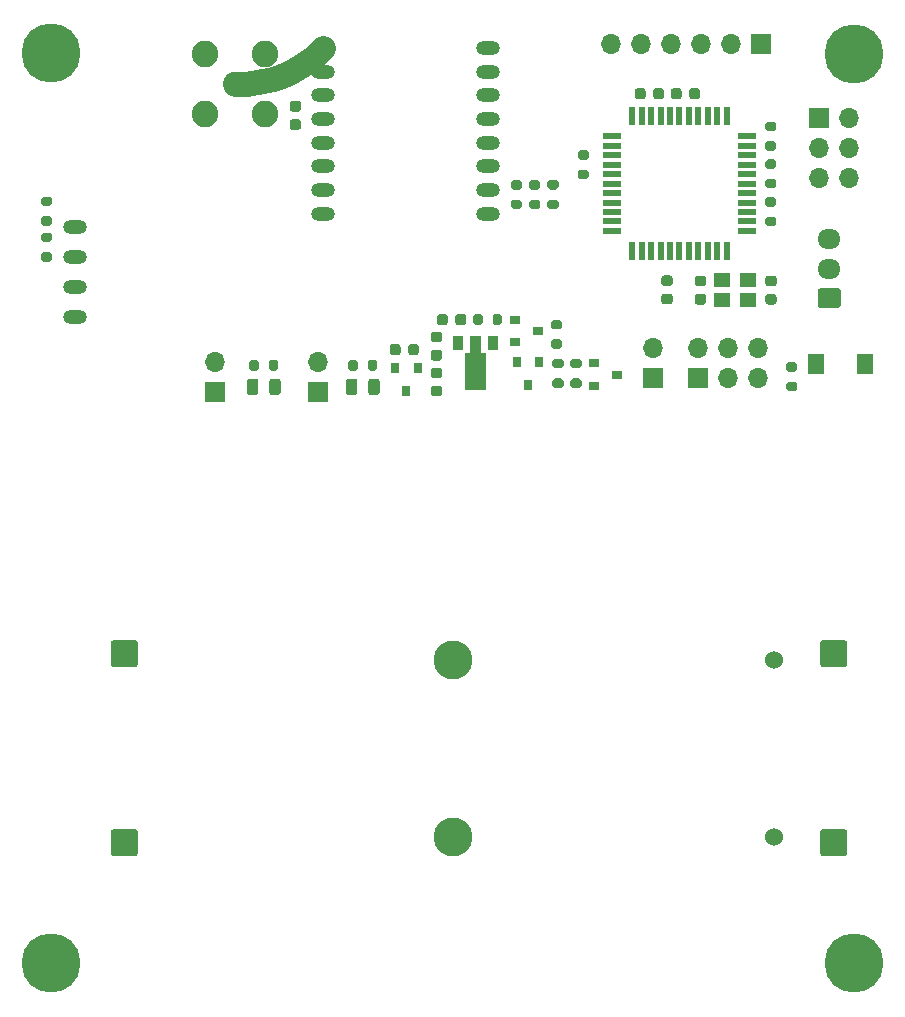
<source format=gbr>
%TF.GenerationSoftware,KiCad,Pcbnew,(5.1.7)-1*%
%TF.CreationDate,2021-03-01T21:41:40+01:00*%
%TF.ProjectId,mfm-v3-smd,6d666d2d-7633-42d7-936d-642e6b696361,rev?*%
%TF.SameCoordinates,Original*%
%TF.FileFunction,Soldermask,Top*%
%TF.FilePolarity,Negative*%
%FSLAX46Y46*%
G04 Gerber Fmt 4.6, Leading zero omitted, Abs format (unit mm)*
G04 Created by KiCad (PCBNEW (5.1.7)-1) date 2021-03-01 21:41:40*
%MOMM*%
%LPD*%
G01*
G04 APERTURE LIST*
%ADD10C,2.127000*%
%ADD11O,1.700000X1.700000*%
%ADD12R,1.700000X1.700000*%
%ADD13C,3.300000*%
%ADD14C,1.530000*%
%ADD15R,0.550000X1.500000*%
%ADD16R,1.500000X0.550000*%
%ADD17O,2.000000X1.200000*%
%ADD18R,1.350000X1.800000*%
%ADD19C,5.000000*%
%ADD20C,0.800000*%
%ADD21C,0.100000*%
%ADD22R,0.900000X1.300000*%
%ADD23R,0.900000X0.800000*%
%ADD24R,0.800000X0.900000*%
%ADD25R,1.400000X1.200000*%
%ADD26C,2.050000*%
%ADD27C,2.250000*%
%ADD28O,1.950000X1.700000*%
G04 APERTURE END LIST*
D10*
X37895100Y-85979000D02*
X37465000Y-85979000D01*
X38368939Y-85967367D02*
X37895100Y-85979000D01*
X38841637Y-85932498D02*
X38368939Y-85967367D01*
X39312054Y-85874478D02*
X38841637Y-85932498D01*
X39779058Y-85793445D02*
X39312054Y-85874478D01*
X40241524Y-85689595D02*
X39779058Y-85793445D01*
X40698336Y-85563178D02*
X40241524Y-85689595D01*
X41148396Y-85414498D02*
X40698336Y-85563178D01*
X41590618Y-85243914D02*
X41148396Y-85414498D01*
X42023937Y-85051837D02*
X41590618Y-85243914D01*
X42447309Y-84838730D02*
X42023937Y-85051837D01*
X42859715Y-84605105D02*
X42447309Y-84838730D01*
X43260160Y-84351525D02*
X42859715Y-84605105D01*
X43647681Y-84078602D02*
X43260160Y-84351525D01*
X44021343Y-83786994D02*
X43647681Y-84078602D01*
X44380246Y-83477401D02*
X44021343Y-83786994D01*
X44723527Y-83150572D02*
X44380246Y-83477401D01*
X44723527Y-83150572D02*
X44895500Y-82978600D01*
X37895100Y-85979000D02*
X37465000Y-85979000D01*
X38368939Y-85967367D02*
X37895100Y-85979000D01*
X38841637Y-85932498D02*
X38368939Y-85967367D01*
X39312054Y-85874478D02*
X38841637Y-85932498D01*
X39779058Y-85793445D02*
X39312054Y-85874478D01*
X40241524Y-85689595D02*
X39779058Y-85793445D01*
X40698336Y-85563178D02*
X40241524Y-85689595D01*
X41148396Y-85414498D02*
X40698336Y-85563178D01*
X41590618Y-85243914D02*
X41148396Y-85414498D01*
X42023937Y-85051837D02*
X41590618Y-85243914D01*
X42447309Y-84838730D02*
X42023937Y-85051837D01*
X42859715Y-84605105D02*
X42447309Y-84838730D01*
X43260160Y-84351525D02*
X42859715Y-84605105D01*
X43647681Y-84078602D02*
X43260160Y-84351525D01*
X44021343Y-83786994D02*
X43647681Y-84078602D01*
X44380246Y-83477401D02*
X44021343Y-83786994D01*
X44723527Y-83150572D02*
X44380246Y-83477401D01*
X44723527Y-83150572D02*
X44895500Y-82978600D01*
D11*
%TO.C,SW4*%
X35712400Y-109575600D03*
D12*
X35712400Y-112115600D03*
%TD*%
D11*
%TO.C,SW3*%
X44500800Y-109575600D03*
D12*
X44500800Y-112115600D03*
%TD*%
%TO.C,R16*%
G36*
G01*
X40303000Y-110104600D02*
X40303000Y-109554600D01*
G75*
G02*
X40503000Y-109354600I200000J0D01*
G01*
X40903000Y-109354600D01*
G75*
G02*
X41103000Y-109554600I0J-200000D01*
G01*
X41103000Y-110104600D01*
G75*
G02*
X40903000Y-110304600I-200000J0D01*
G01*
X40503000Y-110304600D01*
G75*
G02*
X40303000Y-110104600I0J200000D01*
G01*
G37*
G36*
G01*
X38653000Y-110104600D02*
X38653000Y-109554600D01*
G75*
G02*
X38853000Y-109354600I200000J0D01*
G01*
X39253000Y-109354600D01*
G75*
G02*
X39453000Y-109554600I0J-200000D01*
G01*
X39453000Y-110104600D01*
G75*
G02*
X39253000Y-110304600I-200000J0D01*
G01*
X38853000Y-110304600D01*
G75*
G02*
X38653000Y-110104600I0J200000D01*
G01*
G37*
%TD*%
%TO.C,R15*%
G36*
G01*
X48685000Y-110104600D02*
X48685000Y-109554600D01*
G75*
G02*
X48885000Y-109354600I200000J0D01*
G01*
X49285000Y-109354600D01*
G75*
G02*
X49485000Y-109554600I0J-200000D01*
G01*
X49485000Y-110104600D01*
G75*
G02*
X49285000Y-110304600I-200000J0D01*
G01*
X48885000Y-110304600D01*
G75*
G02*
X48685000Y-110104600I0J200000D01*
G01*
G37*
G36*
G01*
X47035000Y-110104600D02*
X47035000Y-109554600D01*
G75*
G02*
X47235000Y-109354600I200000J0D01*
G01*
X47635000Y-109354600D01*
G75*
G02*
X47835000Y-109554600I0J-200000D01*
G01*
X47835000Y-110104600D01*
G75*
G02*
X47635000Y-110304600I-200000J0D01*
G01*
X47235000Y-110304600D01*
G75*
G02*
X47035000Y-110104600I0J200000D01*
G01*
G37*
%TD*%
%TO.C,D2*%
G36*
G01*
X40328000Y-112114650D02*
X40328000Y-111202150D01*
G75*
G02*
X40571750Y-110958400I243750J0D01*
G01*
X41059250Y-110958400D01*
G75*
G02*
X41303000Y-111202150I0J-243750D01*
G01*
X41303000Y-112114650D01*
G75*
G02*
X41059250Y-112358400I-243750J0D01*
G01*
X40571750Y-112358400D01*
G75*
G02*
X40328000Y-112114650I0J243750D01*
G01*
G37*
G36*
G01*
X38453000Y-112114650D02*
X38453000Y-111202150D01*
G75*
G02*
X38696750Y-110958400I243750J0D01*
G01*
X39184250Y-110958400D01*
G75*
G02*
X39428000Y-111202150I0J-243750D01*
G01*
X39428000Y-112114650D01*
G75*
G02*
X39184250Y-112358400I-243750J0D01*
G01*
X38696750Y-112358400D01*
G75*
G02*
X38453000Y-112114650I0J243750D01*
G01*
G37*
%TD*%
%TO.C,D1*%
G36*
G01*
X48710000Y-112114650D02*
X48710000Y-111202150D01*
G75*
G02*
X48953750Y-110958400I243750J0D01*
G01*
X49441250Y-110958400D01*
G75*
G02*
X49685000Y-111202150I0J-243750D01*
G01*
X49685000Y-112114650D01*
G75*
G02*
X49441250Y-112358400I-243750J0D01*
G01*
X48953750Y-112358400D01*
G75*
G02*
X48710000Y-112114650I0J243750D01*
G01*
G37*
G36*
G01*
X46835000Y-112114650D02*
X46835000Y-111202150D01*
G75*
G02*
X47078750Y-110958400I243750J0D01*
G01*
X47566250Y-110958400D01*
G75*
G02*
X47810000Y-111202150I0J-243750D01*
G01*
X47810000Y-112114650D01*
G75*
G02*
X47566250Y-112358400I-243750J0D01*
G01*
X47078750Y-112358400D01*
G75*
G02*
X46835000Y-112114650I0J243750D01*
G01*
G37*
%TD*%
D13*
%TO.C,J5*%
X55880000Y-134745000D03*
X55880000Y-149735000D03*
D14*
X83060000Y-134745000D03*
X83060000Y-149735000D03*
%TD*%
D15*
%TO.C,U5*%
X71069700Y-100149900D03*
X71869700Y-100149900D03*
X72669700Y-100149900D03*
X73469700Y-100149900D03*
X74269700Y-100149900D03*
X75069700Y-100149900D03*
X75869700Y-100149900D03*
X76669700Y-100149900D03*
X77469700Y-100149900D03*
X78269700Y-100149900D03*
X79069700Y-100149900D03*
D16*
X80769700Y-98449900D03*
X80769700Y-97649900D03*
X80769700Y-96849900D03*
X80769700Y-96049900D03*
X80769700Y-95249900D03*
X80769700Y-94449900D03*
X80769700Y-93649900D03*
X80769700Y-92849900D03*
X80769700Y-92049900D03*
X80769700Y-91249900D03*
X80769700Y-90449900D03*
D15*
X79069700Y-88749900D03*
X78269700Y-88749900D03*
X77469700Y-88749900D03*
X76669700Y-88749900D03*
X75869700Y-88749900D03*
X75069700Y-88749900D03*
X74269700Y-88749900D03*
X73469700Y-88749900D03*
X72669700Y-88749900D03*
X71869700Y-88749900D03*
X71069700Y-88749900D03*
D16*
X69369700Y-90449900D03*
X69369700Y-91249900D03*
X69369700Y-92049900D03*
X69369700Y-92849900D03*
X69369700Y-93649900D03*
X69369700Y-94449900D03*
X69369700Y-95249900D03*
X69369700Y-96049900D03*
X69369700Y-96849900D03*
X69369700Y-97649900D03*
X69369700Y-98449900D03*
%TD*%
D12*
%TO.C,J12*%
X81991200Y-82651600D03*
D11*
X79451200Y-82651600D03*
X76911200Y-82651600D03*
X74371200Y-82651600D03*
X71831200Y-82651600D03*
X69291200Y-82651600D03*
%TD*%
%TO.C,R12*%
G36*
G01*
X83079000Y-91649000D02*
X82529000Y-91649000D01*
G75*
G02*
X82329000Y-91449000I0J200000D01*
G01*
X82329000Y-91049000D01*
G75*
G02*
X82529000Y-90849000I200000J0D01*
G01*
X83079000Y-90849000D01*
G75*
G02*
X83279000Y-91049000I0J-200000D01*
G01*
X83279000Y-91449000D01*
G75*
G02*
X83079000Y-91649000I-200000J0D01*
G01*
G37*
G36*
G01*
X83079000Y-89999000D02*
X82529000Y-89999000D01*
G75*
G02*
X82329000Y-89799000I0J200000D01*
G01*
X82329000Y-89399000D01*
G75*
G02*
X82529000Y-89199000I200000J0D01*
G01*
X83079000Y-89199000D01*
G75*
G02*
X83279000Y-89399000I0J-200000D01*
G01*
X83279000Y-89799000D01*
G75*
G02*
X83079000Y-89999000I-200000J0D01*
G01*
G37*
%TD*%
%TO.C,R11*%
G36*
G01*
X66654000Y-91612000D02*
X67204000Y-91612000D01*
G75*
G02*
X67404000Y-91812000I0J-200000D01*
G01*
X67404000Y-92212000D01*
G75*
G02*
X67204000Y-92412000I-200000J0D01*
G01*
X66654000Y-92412000D01*
G75*
G02*
X66454000Y-92212000I0J200000D01*
G01*
X66454000Y-91812000D01*
G75*
G02*
X66654000Y-91612000I200000J0D01*
G01*
G37*
G36*
G01*
X66654000Y-93262000D02*
X67204000Y-93262000D01*
G75*
G02*
X67404000Y-93462000I0J-200000D01*
G01*
X67404000Y-93862000D01*
G75*
G02*
X67204000Y-94062000I-200000J0D01*
G01*
X66654000Y-94062000D01*
G75*
G02*
X66454000Y-93862000I0J200000D01*
G01*
X66454000Y-93462000D01*
G75*
G02*
X66654000Y-93262000I200000J0D01*
G01*
G37*
%TD*%
%TO.C,C10*%
G36*
G01*
X73765600Y-102216800D02*
X74265600Y-102216800D01*
G75*
G02*
X74490600Y-102441800I0J-225000D01*
G01*
X74490600Y-102891800D01*
G75*
G02*
X74265600Y-103116800I-225000J0D01*
G01*
X73765600Y-103116800D01*
G75*
G02*
X73540600Y-102891800I0J225000D01*
G01*
X73540600Y-102441800D01*
G75*
G02*
X73765600Y-102216800I225000J0D01*
G01*
G37*
G36*
G01*
X73765600Y-103766800D02*
X74265600Y-103766800D01*
G75*
G02*
X74490600Y-103991800I0J-225000D01*
G01*
X74490600Y-104441800D01*
G75*
G02*
X74265600Y-104666800I-225000J0D01*
G01*
X73765600Y-104666800D01*
G75*
G02*
X73540600Y-104441800I0J225000D01*
G01*
X73540600Y-103991800D01*
G75*
G02*
X73765600Y-103766800I225000J0D01*
G01*
G37*
%TD*%
D12*
%TO.C,J10*%
X76682600Y-110896400D03*
D11*
X76682600Y-108356400D03*
X79222600Y-110896400D03*
X79222600Y-108356400D03*
X81762600Y-110896400D03*
X81762600Y-108356400D03*
%TD*%
D12*
%TO.C,SW1*%
X72847200Y-110896400D03*
D11*
X72847200Y-108356400D03*
%TD*%
D12*
%TO.C,J7*%
X86868000Y-88849200D03*
D11*
X89408000Y-88849200D03*
X86868000Y-91389200D03*
X89408000Y-91389200D03*
X86868000Y-93929200D03*
X89408000Y-93929200D03*
%TD*%
%TO.C,R13*%
G36*
G01*
X82529000Y-92399400D02*
X83079000Y-92399400D01*
G75*
G02*
X83279000Y-92599400I0J-200000D01*
G01*
X83279000Y-92999400D01*
G75*
G02*
X83079000Y-93199400I-200000J0D01*
G01*
X82529000Y-93199400D01*
G75*
G02*
X82329000Y-92999400I0J200000D01*
G01*
X82329000Y-92599400D01*
G75*
G02*
X82529000Y-92399400I200000J0D01*
G01*
G37*
G36*
G01*
X82529000Y-94049400D02*
X83079000Y-94049400D01*
G75*
G02*
X83279000Y-94249400I0J-200000D01*
G01*
X83279000Y-94649400D01*
G75*
G02*
X83079000Y-94849400I-200000J0D01*
G01*
X82529000Y-94849400D01*
G75*
G02*
X82329000Y-94649400I0J200000D01*
G01*
X82329000Y-94249400D01*
G75*
G02*
X82529000Y-94049400I200000J0D01*
G01*
G37*
%TD*%
D17*
%TO.C,U4*%
X44895500Y-96978600D03*
X58895500Y-96978600D03*
X44895500Y-94978600D03*
X58895500Y-94978600D03*
X44895500Y-92978600D03*
X58895500Y-92978600D03*
X44895500Y-90978600D03*
X58895500Y-90978600D03*
X44895500Y-88978600D03*
X58895500Y-88978600D03*
X44895500Y-86978600D03*
X58895500Y-86978600D03*
X44895500Y-84978600D03*
X58895500Y-84978600D03*
X44895500Y-82978600D03*
X58895500Y-82978600D03*
%TD*%
D18*
%TO.C,SW2*%
X90746400Y-109677200D03*
X86596400Y-109677200D03*
%TD*%
%TO.C,R7*%
G36*
G01*
X63100000Y-94952000D02*
X62550000Y-94952000D01*
G75*
G02*
X62350000Y-94752000I0J200000D01*
G01*
X62350000Y-94352000D01*
G75*
G02*
X62550000Y-94152000I200000J0D01*
G01*
X63100000Y-94152000D01*
G75*
G02*
X63300000Y-94352000I0J-200000D01*
G01*
X63300000Y-94752000D01*
G75*
G02*
X63100000Y-94952000I-200000J0D01*
G01*
G37*
G36*
G01*
X63100000Y-96602000D02*
X62550000Y-96602000D01*
G75*
G02*
X62350000Y-96402000I0J200000D01*
G01*
X62350000Y-96002000D01*
G75*
G02*
X62550000Y-95802000I200000J0D01*
G01*
X63100000Y-95802000D01*
G75*
G02*
X63300000Y-96002000I0J-200000D01*
G01*
X63300000Y-96402000D01*
G75*
G02*
X63100000Y-96602000I-200000J0D01*
G01*
G37*
%TD*%
D17*
%TO.C,J11*%
X23914100Y-105727500D03*
X23914100Y-103187500D03*
X23914100Y-100647500D03*
X23914100Y-98107500D03*
%TD*%
D19*
%TO.C,H4*%
X21869400Y-160451800D03*
D20*
X23744400Y-160451800D03*
X23195225Y-161777625D03*
X21869400Y-162326800D03*
X20543575Y-161777625D03*
X19994400Y-160451800D03*
X20543575Y-159125975D03*
X21869400Y-158576800D03*
X23195225Y-159125975D03*
%TD*%
%TO.C,C5*%
G36*
G01*
X42307700Y-87446400D02*
X42807700Y-87446400D01*
G75*
G02*
X43032700Y-87671400I0J-225000D01*
G01*
X43032700Y-88121400D01*
G75*
G02*
X42807700Y-88346400I-225000J0D01*
G01*
X42307700Y-88346400D01*
G75*
G02*
X42082700Y-88121400I0J225000D01*
G01*
X42082700Y-87671400D01*
G75*
G02*
X42307700Y-87446400I225000J0D01*
G01*
G37*
G36*
G01*
X42307700Y-88996400D02*
X42807700Y-88996400D01*
G75*
G02*
X43032700Y-89221400I0J-225000D01*
G01*
X43032700Y-89671400D01*
G75*
G02*
X42807700Y-89896400I-225000J0D01*
G01*
X42307700Y-89896400D01*
G75*
G02*
X42082700Y-89671400I0J225000D01*
G01*
X42082700Y-89221400D01*
G75*
G02*
X42307700Y-88996400I225000J0D01*
G01*
G37*
%TD*%
D19*
%TO.C,H3*%
X21869400Y-83413600D03*
D20*
X23744400Y-83413600D03*
X23195225Y-84739425D03*
X21869400Y-85288600D03*
X20543575Y-84739425D03*
X19994400Y-83413600D03*
X20543575Y-82087775D03*
X21869400Y-81538600D03*
X23195225Y-82087775D03*
%TD*%
D19*
%TO.C,H2*%
X89865200Y-160451800D03*
D20*
X91740200Y-160451800D03*
X91191025Y-161777625D03*
X89865200Y-162326800D03*
X88539375Y-161777625D03*
X87990200Y-160451800D03*
X88539375Y-159125975D03*
X89865200Y-158576800D03*
X91191025Y-159125975D03*
%TD*%
D19*
%TO.C,H1*%
X89865200Y-83439000D03*
D20*
X91740200Y-83439000D03*
X91191025Y-84764825D03*
X89865200Y-85314000D03*
X88539375Y-84764825D03*
X87990200Y-83439000D03*
X88539375Y-82113175D03*
X89865200Y-81564000D03*
X91191025Y-82113175D03*
%TD*%
D21*
%TO.C,U2*%
G36*
X56931200Y-111926400D02*
G01*
X56931200Y-108801400D01*
X57347700Y-108801400D01*
X57347700Y-107326400D01*
X58247700Y-107326400D01*
X58247700Y-108801400D01*
X58664200Y-108801400D01*
X58664200Y-111926400D01*
X56931200Y-111926400D01*
G37*
D22*
X56297700Y-107976400D03*
X59297700Y-107976400D03*
%TD*%
%TO.C,R14*%
G36*
G01*
X59251400Y-106233600D02*
X59251400Y-105683600D01*
G75*
G02*
X59451400Y-105483600I200000J0D01*
G01*
X59851400Y-105483600D01*
G75*
G02*
X60051400Y-105683600I0J-200000D01*
G01*
X60051400Y-106233600D01*
G75*
G02*
X59851400Y-106433600I-200000J0D01*
G01*
X59451400Y-106433600D01*
G75*
G02*
X59251400Y-106233600I0J200000D01*
G01*
G37*
G36*
G01*
X57601400Y-106233600D02*
X57601400Y-105683600D01*
G75*
G02*
X57801400Y-105483600I200000J0D01*
G01*
X58201400Y-105483600D01*
G75*
G02*
X58401400Y-105683600I0J-200000D01*
G01*
X58401400Y-106233600D01*
G75*
G02*
X58201400Y-106433600I-200000J0D01*
G01*
X57801400Y-106433600D01*
G75*
G02*
X57601400Y-106233600I0J200000D01*
G01*
G37*
%TD*%
%TO.C,R4*%
G36*
G01*
X64943400Y-106788400D02*
X64393400Y-106788400D01*
G75*
G02*
X64193400Y-106588400I0J200000D01*
G01*
X64193400Y-106188400D01*
G75*
G02*
X64393400Y-105988400I200000J0D01*
G01*
X64943400Y-105988400D01*
G75*
G02*
X65143400Y-106188400I0J-200000D01*
G01*
X65143400Y-106588400D01*
G75*
G02*
X64943400Y-106788400I-200000J0D01*
G01*
G37*
G36*
G01*
X64943400Y-108438400D02*
X64393400Y-108438400D01*
G75*
G02*
X64193400Y-108238400I0J200000D01*
G01*
X64193400Y-107838400D01*
G75*
G02*
X64393400Y-107638400I200000J0D01*
G01*
X64943400Y-107638400D01*
G75*
G02*
X65143400Y-107838400I0J-200000D01*
G01*
X65143400Y-108238400D01*
G75*
G02*
X64943400Y-108438400I-200000J0D01*
G01*
G37*
%TD*%
%TO.C,R3*%
G36*
G01*
X66594400Y-110090400D02*
X66044400Y-110090400D01*
G75*
G02*
X65844400Y-109890400I0J200000D01*
G01*
X65844400Y-109490400D01*
G75*
G02*
X66044400Y-109290400I200000J0D01*
G01*
X66594400Y-109290400D01*
G75*
G02*
X66794400Y-109490400I0J-200000D01*
G01*
X66794400Y-109890400D01*
G75*
G02*
X66594400Y-110090400I-200000J0D01*
G01*
G37*
G36*
G01*
X66594400Y-111740400D02*
X66044400Y-111740400D01*
G75*
G02*
X65844400Y-111540400I0J200000D01*
G01*
X65844400Y-111140400D01*
G75*
G02*
X66044400Y-110940400I200000J0D01*
G01*
X66594400Y-110940400D01*
G75*
G02*
X66794400Y-111140400I0J-200000D01*
G01*
X66794400Y-111540400D01*
G75*
G02*
X66594400Y-111740400I-200000J0D01*
G01*
G37*
%TD*%
%TO.C,R2*%
G36*
G01*
X64507700Y-110940400D02*
X65057700Y-110940400D01*
G75*
G02*
X65257700Y-111140400I0J-200000D01*
G01*
X65257700Y-111540400D01*
G75*
G02*
X65057700Y-111740400I-200000J0D01*
G01*
X64507700Y-111740400D01*
G75*
G02*
X64307700Y-111540400I0J200000D01*
G01*
X64307700Y-111140400D01*
G75*
G02*
X64507700Y-110940400I200000J0D01*
G01*
G37*
G36*
G01*
X64507700Y-109290400D02*
X65057700Y-109290400D01*
G75*
G02*
X65257700Y-109490400I0J-200000D01*
G01*
X65257700Y-109890400D01*
G75*
G02*
X65057700Y-110090400I-200000J0D01*
G01*
X64507700Y-110090400D01*
G75*
G02*
X64307700Y-109890400I0J200000D01*
G01*
X64307700Y-109490400D01*
G75*
G02*
X64507700Y-109290400I200000J0D01*
G01*
G37*
%TD*%
D23*
%TO.C,Q3*%
X63128400Y-106908600D03*
X61128400Y-107858600D03*
X61128400Y-105958600D03*
%TD*%
%TO.C,Q2*%
X69821300Y-110617000D03*
X67821300Y-111567000D03*
X67821300Y-109667000D03*
%TD*%
D24*
%TO.C,Q1*%
X62242700Y-111515400D03*
X61292700Y-109515400D03*
X63192700Y-109515400D03*
%TD*%
%TO.C,C4*%
G36*
G01*
X54745700Y-107879000D02*
X54245700Y-107879000D01*
G75*
G02*
X54020700Y-107654000I0J225000D01*
G01*
X54020700Y-107204000D01*
G75*
G02*
X54245700Y-106979000I225000J0D01*
G01*
X54745700Y-106979000D01*
G75*
G02*
X54970700Y-107204000I0J-225000D01*
G01*
X54970700Y-107654000D01*
G75*
G02*
X54745700Y-107879000I-225000J0D01*
G01*
G37*
G36*
G01*
X54745700Y-109429000D02*
X54245700Y-109429000D01*
G75*
G02*
X54020700Y-109204000I0J225000D01*
G01*
X54020700Y-108754000D01*
G75*
G02*
X54245700Y-108529000I225000J0D01*
G01*
X54745700Y-108529000D01*
G75*
G02*
X54970700Y-108754000I0J-225000D01*
G01*
X54970700Y-109204000D01*
G75*
G02*
X54745700Y-109429000I-225000J0D01*
G01*
G37*
%TD*%
%TO.C,C3*%
G36*
G01*
X56103400Y-106208600D02*
X56103400Y-105708600D01*
G75*
G02*
X56328400Y-105483600I225000J0D01*
G01*
X56778400Y-105483600D01*
G75*
G02*
X57003400Y-105708600I0J-225000D01*
G01*
X57003400Y-106208600D01*
G75*
G02*
X56778400Y-106433600I-225000J0D01*
G01*
X56328400Y-106433600D01*
G75*
G02*
X56103400Y-106208600I0J225000D01*
G01*
G37*
G36*
G01*
X54553400Y-106208600D02*
X54553400Y-105708600D01*
G75*
G02*
X54778400Y-105483600I225000J0D01*
G01*
X55228400Y-105483600D01*
G75*
G02*
X55453400Y-105708600I0J-225000D01*
G01*
X55453400Y-106208600D01*
G75*
G02*
X55228400Y-106433600I-225000J0D01*
G01*
X54778400Y-106433600D01*
G75*
G02*
X54553400Y-106208600I0J225000D01*
G01*
G37*
%TD*%
%TO.C,J4*%
G36*
G01*
X87237999Y-149091000D02*
X89038001Y-149091000D01*
G75*
G02*
X89288000Y-149340999I0J-249999D01*
G01*
X89288000Y-151141001D01*
G75*
G02*
X89038001Y-151391000I-249999J0D01*
G01*
X87237999Y-151391000D01*
G75*
G02*
X86988000Y-151141001I0J249999D01*
G01*
X86988000Y-149340999D01*
G75*
G02*
X87237999Y-149091000I249999J0D01*
G01*
G37*
%TD*%
%TO.C,J3*%
G36*
G01*
X27166999Y-149091000D02*
X28967001Y-149091000D01*
G75*
G02*
X29217000Y-149340999I0J-249999D01*
G01*
X29217000Y-151141001D01*
G75*
G02*
X28967001Y-151391000I-249999J0D01*
G01*
X27166999Y-151391000D01*
G75*
G02*
X26917000Y-151141001I0J249999D01*
G01*
X26917000Y-149340999D01*
G75*
G02*
X27166999Y-149091000I249999J0D01*
G01*
G37*
%TD*%
%TO.C,J2*%
G36*
G01*
X27166999Y-133089000D02*
X28967001Y-133089000D01*
G75*
G02*
X29217000Y-133338999I0J-249999D01*
G01*
X29217000Y-135139001D01*
G75*
G02*
X28967001Y-135389000I-249999J0D01*
G01*
X27166999Y-135389000D01*
G75*
G02*
X26917000Y-135139001I0J249999D01*
G01*
X26917000Y-133338999D01*
G75*
G02*
X27166999Y-133089000I249999J0D01*
G01*
G37*
%TD*%
%TO.C,J1*%
G36*
G01*
X87237999Y-133089000D02*
X89038001Y-133089000D01*
G75*
G02*
X89288000Y-133338999I0J-249999D01*
G01*
X89288000Y-135139001D01*
G75*
G02*
X89038001Y-135389000I-249999J0D01*
G01*
X87237999Y-135389000D01*
G75*
G02*
X86988000Y-135139001I0J249999D01*
G01*
X86988000Y-133338999D01*
G75*
G02*
X87237999Y-133089000I249999J0D01*
G01*
G37*
%TD*%
D25*
%TO.C,Y1*%
X80868700Y-102616900D03*
X78668700Y-102616900D03*
X78668700Y-104316900D03*
X80868700Y-104316900D03*
%TD*%
D24*
%TO.C,U1*%
X51955700Y-112014300D03*
X51005700Y-110014300D03*
X52905700Y-110014300D03*
%TD*%
%TO.C,R10*%
G36*
G01*
X84307000Y-109582000D02*
X84857000Y-109582000D01*
G75*
G02*
X85057000Y-109782000I0J-200000D01*
G01*
X85057000Y-110182000D01*
G75*
G02*
X84857000Y-110382000I-200000J0D01*
G01*
X84307000Y-110382000D01*
G75*
G02*
X84107000Y-110182000I0J200000D01*
G01*
X84107000Y-109782000D01*
G75*
G02*
X84307000Y-109582000I200000J0D01*
G01*
G37*
G36*
G01*
X84307000Y-111232000D02*
X84857000Y-111232000D01*
G75*
G02*
X85057000Y-111432000I0J-200000D01*
G01*
X85057000Y-111832000D01*
G75*
G02*
X84857000Y-112032000I-200000J0D01*
G01*
X84307000Y-112032000D01*
G75*
G02*
X84107000Y-111832000I0J200000D01*
G01*
X84107000Y-111432000D01*
G75*
G02*
X84307000Y-111232000I200000J0D01*
G01*
G37*
%TD*%
%TO.C,R9*%
G36*
G01*
X21213400Y-95549000D02*
X21763400Y-95549000D01*
G75*
G02*
X21963400Y-95749000I0J-200000D01*
G01*
X21963400Y-96149000D01*
G75*
G02*
X21763400Y-96349000I-200000J0D01*
G01*
X21213400Y-96349000D01*
G75*
G02*
X21013400Y-96149000I0J200000D01*
G01*
X21013400Y-95749000D01*
G75*
G02*
X21213400Y-95549000I200000J0D01*
G01*
G37*
G36*
G01*
X21213400Y-97199000D02*
X21763400Y-97199000D01*
G75*
G02*
X21963400Y-97399000I0J-200000D01*
G01*
X21963400Y-97799000D01*
G75*
G02*
X21763400Y-97999000I-200000J0D01*
G01*
X21213400Y-97999000D01*
G75*
G02*
X21013400Y-97799000I0J200000D01*
G01*
X21013400Y-97399000D01*
G75*
G02*
X21213400Y-97199000I200000J0D01*
G01*
G37*
%TD*%
%TO.C,R8*%
G36*
G01*
X64638600Y-94952000D02*
X64088600Y-94952000D01*
G75*
G02*
X63888600Y-94752000I0J200000D01*
G01*
X63888600Y-94352000D01*
G75*
G02*
X64088600Y-94152000I200000J0D01*
G01*
X64638600Y-94152000D01*
G75*
G02*
X64838600Y-94352000I0J-200000D01*
G01*
X64838600Y-94752000D01*
G75*
G02*
X64638600Y-94952000I-200000J0D01*
G01*
G37*
G36*
G01*
X64638600Y-96602000D02*
X64088600Y-96602000D01*
G75*
G02*
X63888600Y-96402000I0J200000D01*
G01*
X63888600Y-96002000D01*
G75*
G02*
X64088600Y-95802000I200000J0D01*
G01*
X64638600Y-95802000D01*
G75*
G02*
X64838600Y-96002000I0J-200000D01*
G01*
X64838600Y-96402000D01*
G75*
G02*
X64638600Y-96602000I-200000J0D01*
G01*
G37*
%TD*%
%TO.C,R6*%
G36*
G01*
X21213400Y-98597000D02*
X21763400Y-98597000D01*
G75*
G02*
X21963400Y-98797000I0J-200000D01*
G01*
X21963400Y-99197000D01*
G75*
G02*
X21763400Y-99397000I-200000J0D01*
G01*
X21213400Y-99397000D01*
G75*
G02*
X21013400Y-99197000I0J200000D01*
G01*
X21013400Y-98797000D01*
G75*
G02*
X21213400Y-98597000I200000J0D01*
G01*
G37*
G36*
G01*
X21213400Y-100247000D02*
X21763400Y-100247000D01*
G75*
G02*
X21963400Y-100447000I0J-200000D01*
G01*
X21963400Y-100847000D01*
G75*
G02*
X21763400Y-101047000I-200000J0D01*
G01*
X21213400Y-101047000D01*
G75*
G02*
X21013400Y-100847000I0J200000D01*
G01*
X21013400Y-100447000D01*
G75*
G02*
X21213400Y-100247000I200000J0D01*
G01*
G37*
%TD*%
%TO.C,R5*%
G36*
G01*
X61539800Y-94952000D02*
X60989800Y-94952000D01*
G75*
G02*
X60789800Y-94752000I0J200000D01*
G01*
X60789800Y-94352000D01*
G75*
G02*
X60989800Y-94152000I200000J0D01*
G01*
X61539800Y-94152000D01*
G75*
G02*
X61739800Y-94352000I0J-200000D01*
G01*
X61739800Y-94752000D01*
G75*
G02*
X61539800Y-94952000I-200000J0D01*
G01*
G37*
G36*
G01*
X61539800Y-96602000D02*
X60989800Y-96602000D01*
G75*
G02*
X60789800Y-96402000I0J200000D01*
G01*
X60789800Y-96002000D01*
G75*
G02*
X60989800Y-95802000I200000J0D01*
G01*
X61539800Y-95802000D01*
G75*
G02*
X61739800Y-96002000I0J-200000D01*
G01*
X61739800Y-96402000D01*
G75*
G02*
X61539800Y-96602000I-200000J0D01*
G01*
G37*
%TD*%
%TO.C,R1*%
G36*
G01*
X83079000Y-98049900D02*
X82529000Y-98049900D01*
G75*
G02*
X82329000Y-97849900I0J200000D01*
G01*
X82329000Y-97449900D01*
G75*
G02*
X82529000Y-97249900I200000J0D01*
G01*
X83079000Y-97249900D01*
G75*
G02*
X83279000Y-97449900I0J-200000D01*
G01*
X83279000Y-97849900D01*
G75*
G02*
X83079000Y-98049900I-200000J0D01*
G01*
G37*
G36*
G01*
X83079000Y-96399900D02*
X82529000Y-96399900D01*
G75*
G02*
X82329000Y-96199900I0J200000D01*
G01*
X82329000Y-95799900D01*
G75*
G02*
X82529000Y-95599900I200000J0D01*
G01*
X83079000Y-95599900D01*
G75*
G02*
X83279000Y-95799900I0J-200000D01*
G01*
X83279000Y-96199900D01*
G75*
G02*
X83079000Y-96399900I-200000J0D01*
G01*
G37*
%TD*%
D26*
%TO.C,J13*%
X37465000Y-85979000D03*
D27*
X40005000Y-83439000D03*
X34925000Y-83439000D03*
X34925000Y-88519000D03*
X40005000Y-88519000D03*
%TD*%
%TO.C,J8*%
G36*
G01*
X88482000Y-104990000D02*
X87032000Y-104990000D01*
G75*
G02*
X86782000Y-104740000I0J250000D01*
G01*
X86782000Y-103540000D01*
G75*
G02*
X87032000Y-103290000I250000J0D01*
G01*
X88482000Y-103290000D01*
G75*
G02*
X88732000Y-103540000I0J-250000D01*
G01*
X88732000Y-104740000D01*
G75*
G02*
X88482000Y-104990000I-250000J0D01*
G01*
G37*
D28*
X87757000Y-101640000D03*
X87757000Y-99140000D03*
%TD*%
%TO.C,C11*%
G36*
G01*
X71304700Y-87079900D02*
X71304700Y-86579900D01*
G75*
G02*
X71529700Y-86354900I225000J0D01*
G01*
X71979700Y-86354900D01*
G75*
G02*
X72204700Y-86579900I0J-225000D01*
G01*
X72204700Y-87079900D01*
G75*
G02*
X71979700Y-87304900I-225000J0D01*
G01*
X71529700Y-87304900D01*
G75*
G02*
X71304700Y-87079900I0J225000D01*
G01*
G37*
G36*
G01*
X72854700Y-87079900D02*
X72854700Y-86579900D01*
G75*
G02*
X73079700Y-86354900I225000J0D01*
G01*
X73529700Y-86354900D01*
G75*
G02*
X73754700Y-86579900I0J-225000D01*
G01*
X73754700Y-87079900D01*
G75*
G02*
X73529700Y-87304900I-225000J0D01*
G01*
X73079700Y-87304900D01*
G75*
G02*
X72854700Y-87079900I0J225000D01*
G01*
G37*
%TD*%
%TO.C,C9*%
G36*
G01*
X74352700Y-87079900D02*
X74352700Y-86579900D01*
G75*
G02*
X74577700Y-86354900I225000J0D01*
G01*
X75027700Y-86354900D01*
G75*
G02*
X75252700Y-86579900I0J-225000D01*
G01*
X75252700Y-87079900D01*
G75*
G02*
X75027700Y-87304900I-225000J0D01*
G01*
X74577700Y-87304900D01*
G75*
G02*
X74352700Y-87079900I0J225000D01*
G01*
G37*
G36*
G01*
X75902700Y-87079900D02*
X75902700Y-86579900D01*
G75*
G02*
X76127700Y-86354900I225000J0D01*
G01*
X76577700Y-86354900D01*
G75*
G02*
X76802700Y-86579900I0J-225000D01*
G01*
X76802700Y-87079900D01*
G75*
G02*
X76577700Y-87304900I-225000J0D01*
G01*
X76127700Y-87304900D01*
G75*
G02*
X75902700Y-87079900I0J225000D01*
G01*
G37*
%TD*%
%TO.C,C8*%
G36*
G01*
X76597700Y-102241900D02*
X77097700Y-102241900D01*
G75*
G02*
X77322700Y-102466900I0J-225000D01*
G01*
X77322700Y-102916900D01*
G75*
G02*
X77097700Y-103141900I-225000J0D01*
G01*
X76597700Y-103141900D01*
G75*
G02*
X76372700Y-102916900I0J225000D01*
G01*
X76372700Y-102466900D01*
G75*
G02*
X76597700Y-102241900I225000J0D01*
G01*
G37*
G36*
G01*
X76597700Y-103791900D02*
X77097700Y-103791900D01*
G75*
G02*
X77322700Y-104016900I0J-225000D01*
G01*
X77322700Y-104466900D01*
G75*
G02*
X77097700Y-104691900I-225000J0D01*
G01*
X76597700Y-104691900D01*
G75*
G02*
X76372700Y-104466900I0J225000D01*
G01*
X76372700Y-104016900D01*
G75*
G02*
X76597700Y-103791900I225000J0D01*
G01*
G37*
%TD*%
%TO.C,C7*%
G36*
G01*
X83066700Y-104691900D02*
X82566700Y-104691900D01*
G75*
G02*
X82341700Y-104466900I0J225000D01*
G01*
X82341700Y-104016900D01*
G75*
G02*
X82566700Y-103791900I225000J0D01*
G01*
X83066700Y-103791900D01*
G75*
G02*
X83291700Y-104016900I0J-225000D01*
G01*
X83291700Y-104466900D01*
G75*
G02*
X83066700Y-104691900I-225000J0D01*
G01*
G37*
G36*
G01*
X83066700Y-103141900D02*
X82566700Y-103141900D01*
G75*
G02*
X82341700Y-102916900I0J225000D01*
G01*
X82341700Y-102466900D01*
G75*
G02*
X82566700Y-102241900I225000J0D01*
G01*
X83066700Y-102241900D01*
G75*
G02*
X83291700Y-102466900I0J-225000D01*
G01*
X83291700Y-102916900D01*
G75*
G02*
X83066700Y-103141900I-225000J0D01*
G01*
G37*
%TD*%
%TO.C,C2*%
G36*
G01*
X51455700Y-108246100D02*
X51455700Y-108746100D01*
G75*
G02*
X51230700Y-108971100I-225000J0D01*
G01*
X50780700Y-108971100D01*
G75*
G02*
X50555700Y-108746100I0J225000D01*
G01*
X50555700Y-108246100D01*
G75*
G02*
X50780700Y-108021100I225000J0D01*
G01*
X51230700Y-108021100D01*
G75*
G02*
X51455700Y-108246100I0J-225000D01*
G01*
G37*
G36*
G01*
X53005700Y-108246100D02*
X53005700Y-108746100D01*
G75*
G02*
X52780700Y-108971100I-225000J0D01*
G01*
X52330700Y-108971100D01*
G75*
G02*
X52105700Y-108746100I0J225000D01*
G01*
X52105700Y-108246100D01*
G75*
G02*
X52330700Y-108021100I225000J0D01*
G01*
X52780700Y-108021100D01*
G75*
G02*
X53005700Y-108246100I0J-225000D01*
G01*
G37*
%TD*%
%TO.C,C1*%
G36*
G01*
X54245700Y-111564300D02*
X54745700Y-111564300D01*
G75*
G02*
X54970700Y-111789300I0J-225000D01*
G01*
X54970700Y-112239300D01*
G75*
G02*
X54745700Y-112464300I-225000J0D01*
G01*
X54245700Y-112464300D01*
G75*
G02*
X54020700Y-112239300I0J225000D01*
G01*
X54020700Y-111789300D01*
G75*
G02*
X54245700Y-111564300I225000J0D01*
G01*
G37*
G36*
G01*
X54245700Y-110014300D02*
X54745700Y-110014300D01*
G75*
G02*
X54970700Y-110239300I0J-225000D01*
G01*
X54970700Y-110689300D01*
G75*
G02*
X54745700Y-110914300I-225000J0D01*
G01*
X54245700Y-110914300D01*
G75*
G02*
X54020700Y-110689300I0J225000D01*
G01*
X54020700Y-110239300D01*
G75*
G02*
X54245700Y-110014300I225000J0D01*
G01*
G37*
%TD*%
M02*

</source>
